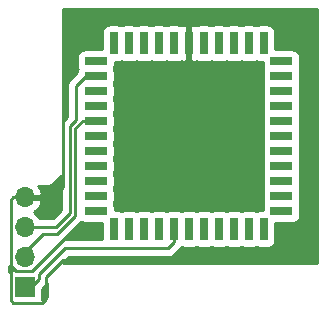
<source format=gbl>
%TF.GenerationSoftware,KiCad,Pcbnew,(5.1.6-0)*%
%TF.CreationDate,2023-01-08T10:47:54+01:00*%
%TF.ProjectId,Raddswi_CIA_Adapter,52616464-7377-4695-9f43-49415f416461,rev?*%
%TF.SameCoordinates,Original*%
%TF.FileFunction,Copper,L2,Bot*%
%TF.FilePolarity,Positive*%
%FSLAX46Y46*%
G04 Gerber Fmt 4.6, Leading zero omitted, Abs format (unit mm)*
G04 Created by KiCad (PCBNEW (5.1.6-0)) date 2023-01-08 10:47:54*
%MOMM*%
%LPD*%
G01*
G04 APERTURE LIST*
%TA.AperFunction,ComponentPad*%
%ADD10O,1.700000X1.700000*%
%TD*%
%TA.AperFunction,ComponentPad*%
%ADD11R,1.700000X1.700000*%
%TD*%
%TA.AperFunction,SMDPad,CuDef*%
%ADD12R,0.700000X1.925000*%
%TD*%
%TA.AperFunction,SMDPad,CuDef*%
%ADD13R,1.925000X0.700000*%
%TD*%
%TA.AperFunction,ViaPad*%
%ADD14C,0.800000*%
%TD*%
%TA.AperFunction,Conductor*%
%ADD15C,0.250000*%
%TD*%
%TA.AperFunction,Conductor*%
%ADD16C,0.254000*%
%TD*%
G04 APERTURE END LIST*
D10*
%TO.P,J1,4*%
%TO.N,/GND*%
X149816820Y-104261920D03*
%TO.P,J1,3*%
%TO.N,/CTS*%
X149816820Y-106801920D03*
%TO.P,J1,2*%
%TO.N,/DTR*%
X149816820Y-109341920D03*
D11*
%TO.P,J1,1*%
%TO.N,/VCC*%
X149816820Y-111881920D03*
%TD*%
D12*
%TO.P,U1,39*%
%TO.N,Net-(U1-Pad39)*%
X157345380Y-106950440D03*
%TO.P,U1,38*%
%TO.N,Net-(U1-Pad38)*%
X158615380Y-106950440D03*
%TO.P,U1,37*%
%TO.N,Net-(U1-Pad37)*%
X159885380Y-106950440D03*
%TO.P,U1,36*%
%TO.N,Net-(U1-Pad36)*%
X161155380Y-106950440D03*
%TO.P,U1,35*%
%TO.N,/VCC*%
X162425380Y-106950440D03*
%TO.P,U1,34*%
%TO.N,Net-(U1-Pad34)*%
X163695380Y-106950440D03*
%TO.P,U1,33*%
%TO.N,Net-(U1-Pad33)*%
X164965380Y-106950440D03*
%TO.P,U1,32*%
%TO.N,Net-(U1-Pad32)*%
X166235380Y-106950440D03*
%TO.P,U1,31*%
%TO.N,Net-(U1-Pad31)*%
X167505380Y-106950440D03*
%TO.P,U1,30*%
%TO.N,Net-(U1-Pad30)*%
X168775380Y-106950440D03*
%TO.P,U1,29*%
%TO.N,Net-(U1-Pad29)*%
X170045380Y-106950440D03*
D13*
%TO.P,U1,28*%
%TO.N,Net-(U1-Pad28)*%
X171557880Y-105437940D03*
%TO.P,U1,27*%
%TO.N,Net-(U1-Pad27)*%
X171557880Y-104167940D03*
%TO.P,U1,26*%
%TO.N,Net-(U1-Pad26)*%
X171557880Y-102897940D03*
%TO.P,U1,25*%
%TO.N,Net-(U1-Pad25)*%
X171557880Y-101627940D03*
%TO.P,U1,24*%
%TO.N,Net-(U1-Pad24)*%
X171557880Y-100357940D03*
%TO.P,U1,23*%
%TO.N,Net-(U1-Pad23)*%
X171557880Y-99087940D03*
%TO.P,U1,22*%
%TO.N,Net-(U1-Pad22)*%
X171557880Y-97817940D03*
%TO.P,U1,21*%
%TO.N,Net-(U1-Pad21)*%
X171557880Y-96547940D03*
%TO.P,U1,20*%
%TO.N,Net-(U1-Pad20)*%
X171557880Y-95277940D03*
%TO.P,U1,19*%
%TO.N,Net-(U1-Pad19)*%
X171557880Y-94007940D03*
%TO.P,U1,18*%
%TO.N,Net-(U1-Pad18)*%
X171557880Y-92737940D03*
D12*
%TO.P,U1,17*%
%TO.N,Net-(U1-Pad17)*%
X170045380Y-91225440D03*
%TO.P,U1,16*%
%TO.N,Net-(U1-Pad16)*%
X168775380Y-91225440D03*
%TO.P,U1,15*%
%TO.N,Net-(U1-Pad15)*%
X167505380Y-91225440D03*
%TO.P,U1,14*%
%TO.N,Net-(U1-Pad14)*%
X166235380Y-91225440D03*
%TO.P,U1,13*%
%TO.N,Net-(U1-Pad13)*%
X164965380Y-91225440D03*
%TO.P,U1,12*%
%TO.N,/GND*%
X163695380Y-91225440D03*
%TO.P,U1,11*%
%TO.N,Net-(U1-Pad11)*%
X162425380Y-91225440D03*
%TO.P,U1,10*%
%TO.N,Net-(U1-Pad10)*%
X161155380Y-91225440D03*
%TO.P,U1,9*%
%TO.N,Net-(U1-Pad9)*%
X159885380Y-91225440D03*
%TO.P,U1,8*%
%TO.N,Net-(U1-Pad8)*%
X158615380Y-91225440D03*
%TO.P,U1,7*%
%TO.N,Net-(U1-Pad7)*%
X157345380Y-91225440D03*
D13*
%TO.P,U1,40*%
%TO.N,Net-(U1-Pad40)*%
X155832880Y-105437940D03*
%TO.P,U1,41*%
%TO.N,Net-(U1-Pad41)*%
X155832880Y-104167940D03*
%TO.P,U1,42*%
%TO.N,Net-(U1-Pad42)*%
X155832880Y-102897940D03*
%TO.P,U1,43*%
%TO.N,Net-(U1-Pad43)*%
X155832880Y-101627940D03*
%TO.P,U1,44*%
%TO.N,Net-(U1-Pad44)*%
X155832880Y-100357940D03*
%TO.P,U1,6*%
%TO.N,Net-(U1-Pad6)*%
X155832880Y-92737940D03*
%TO.P,U1,5*%
%TO.N,/CTS*%
X155832880Y-94007940D03*
%TO.P,U1,4*%
%TO.N,Net-(U1-Pad4)*%
X155832880Y-95277940D03*
%TO.P,U1,3*%
%TO.N,Net-(U1-Pad3)*%
X155832880Y-96547940D03*
%TO.P,U1,2*%
%TO.N,/DTR*%
X155832880Y-97817940D03*
%TO.P,U1,1*%
%TO.N,Net-(U1-Pad1)*%
X155832880Y-99087940D03*
%TD*%
D14*
%TO.N,/GND*%
X171955460Y-90947240D03*
X155696920Y-90982800D03*
X155696920Y-106961940D03*
X172059600Y-107208320D03*
X163703000Y-93151960D03*
X157988000Y-104902000D03*
X169418000Y-104902000D03*
%TD*%
D15*
%TO.N,/VCC*%
X151034750Y-111220250D02*
X150373080Y-111881920D01*
X153225500Y-108585000D02*
X151034750Y-110775750D01*
X150373080Y-111881920D02*
X149816820Y-111881920D01*
X162425380Y-106950440D02*
X162425380Y-108084620D01*
X151034750Y-110775750D02*
X151034750Y-111220250D01*
X161925000Y-108585000D02*
X153225500Y-108585000D01*
X162425380Y-108084620D02*
X161925000Y-108585000D01*
%TO.N,/DTR*%
X154722970Y-97817940D02*
X155832880Y-97817940D01*
X154109850Y-98431060D02*
X154722970Y-97817940D01*
X154109850Y-105819920D02*
X154109850Y-98431060D01*
X151384000Y-107340400D02*
X152589370Y-107340400D01*
X152589370Y-107340400D02*
X154109850Y-105819920D01*
X149816820Y-108907580D02*
X151384000Y-107340400D01*
X149816820Y-109341920D02*
X149816820Y-108907580D01*
%TO.N,/CTS*%
X154985720Y-94007940D02*
X155832880Y-94007940D01*
X154148790Y-94844870D02*
X154985720Y-94007940D01*
X154148790Y-97755710D02*
X154148790Y-94844870D01*
X153659840Y-100836870D02*
X153659840Y-98244660D01*
X153659840Y-98244660D02*
X154148790Y-97755710D01*
X153659840Y-100836870D02*
X153659840Y-105633520D01*
X152491440Y-106801920D02*
X149816820Y-106801920D01*
X153659840Y-105633520D02*
X152491440Y-106801920D01*
%TO.N,/GND*%
X155696920Y-106961940D02*
X154023060Y-106961940D01*
X154023060Y-106961940D02*
X150468079Y-110516921D01*
X163695380Y-89882980D02*
X163695380Y-91225440D01*
X154165300Y-90622120D02*
X155242260Y-89545160D01*
X163357560Y-89545160D02*
X163695380Y-89882980D01*
X155242260Y-89545160D02*
X163357560Y-89545160D01*
X153098500Y-94018100D02*
X154165300Y-92951300D01*
X152971500Y-103505000D02*
X153098500Y-103378000D01*
X153098500Y-103378000D02*
X153098500Y-94018100D01*
X152781000Y-103505000D02*
X152971500Y-103505000D01*
X154165300Y-92951300D02*
X154165300Y-90622120D01*
X152024080Y-104261920D02*
X152781000Y-103505000D01*
X149816820Y-104261920D02*
X152024080Y-104261920D01*
X148849080Y-104261920D02*
X148641819Y-104469181D01*
X149816820Y-104261920D02*
X148849080Y-104261920D01*
X148641819Y-110097319D02*
X149061421Y-110516921D01*
X150468079Y-110516921D02*
X149061421Y-110516921D01*
X148641819Y-104469181D02*
X148641819Y-109716319D01*
X148641819Y-109716319D02*
X148641819Y-110097319D01*
X153035000Y-109601000D02*
X171132500Y-109601000D01*
X171132500Y-109601000D02*
X172059600Y-108673900D01*
X148641819Y-112991921D02*
X148870398Y-113220500D01*
X148870398Y-113220500D02*
X151320500Y-113220500D01*
X151638000Y-112903000D02*
X151638000Y-110998000D01*
X151638000Y-110998000D02*
X153035000Y-109601000D01*
X151320500Y-113220500D02*
X151638000Y-112903000D01*
X172059600Y-108673900D02*
X172059600Y-107208320D01*
X148641819Y-109716319D02*
X148641819Y-112991921D01*
%TD*%
D16*
%TO.N,/GND*%
G36*
X151715001Y-112746263D02*
G01*
X151481264Y-112980000D01*
X151254237Y-112980000D01*
X151256322Y-112976100D01*
X151292632Y-112856402D01*
X151304892Y-112731920D01*
X151304892Y-112024910D01*
X151545752Y-111784050D01*
X151574751Y-111760251D01*
X151669724Y-111644526D01*
X151715000Y-111559821D01*
X151715001Y-112746263D01*
G37*
X151715001Y-112746263D02*
X151481264Y-112980000D01*
X151254237Y-112980000D01*
X151256322Y-112976100D01*
X151292632Y-112856402D01*
X151304892Y-112731920D01*
X151304892Y-112024910D01*
X151545752Y-111784050D01*
X151574751Y-111760251D01*
X151669724Y-111644526D01*
X151715000Y-111559821D01*
X151715001Y-112746263D01*
G36*
X148663345Y-110288552D02*
G01*
X148795200Y-110420407D01*
X148722640Y-110442418D01*
X148612326Y-110501383D01*
X148515635Y-110580735D01*
X148513000Y-110583946D01*
X148513000Y-110063545D01*
X148663345Y-110288552D01*
G37*
X148663345Y-110288552D02*
X148795200Y-110420407D01*
X148722640Y-110442418D01*
X148612326Y-110501383D01*
X148515635Y-110580735D01*
X148513000Y-110583946D01*
X148513000Y-110063545D01*
X148663345Y-110288552D01*
G36*
X174575001Y-109805000D02*
G01*
X153080302Y-109805000D01*
X153540302Y-109345000D01*
X161887678Y-109345000D01*
X161925000Y-109348676D01*
X161962322Y-109345000D01*
X161962333Y-109345000D01*
X162073986Y-109334003D01*
X162217247Y-109290546D01*
X162349276Y-109219974D01*
X162465001Y-109125001D01*
X162488804Y-109095997D01*
X162936377Y-108648424D01*
X162965381Y-108624621D01*
X163060354Y-108508896D01*
X163072114Y-108486895D01*
X163101200Y-108502442D01*
X163220898Y-108538752D01*
X163345380Y-108551012D01*
X164045380Y-108551012D01*
X164169862Y-108538752D01*
X164289560Y-108502442D01*
X164330380Y-108480623D01*
X164371200Y-108502442D01*
X164490898Y-108538752D01*
X164615380Y-108551012D01*
X165315380Y-108551012D01*
X165439862Y-108538752D01*
X165559560Y-108502442D01*
X165600380Y-108480623D01*
X165641200Y-108502442D01*
X165760898Y-108538752D01*
X165885380Y-108551012D01*
X166585380Y-108551012D01*
X166709862Y-108538752D01*
X166829560Y-108502442D01*
X166870380Y-108480623D01*
X166911200Y-108502442D01*
X167030898Y-108538752D01*
X167155380Y-108551012D01*
X167855380Y-108551012D01*
X167979862Y-108538752D01*
X168099560Y-108502442D01*
X168140380Y-108480623D01*
X168181200Y-108502442D01*
X168300898Y-108538752D01*
X168425380Y-108551012D01*
X169125380Y-108551012D01*
X169249862Y-108538752D01*
X169369560Y-108502442D01*
X169410380Y-108480623D01*
X169451200Y-108502442D01*
X169570898Y-108538752D01*
X169695380Y-108551012D01*
X170395380Y-108551012D01*
X170519862Y-108538752D01*
X170639560Y-108502442D01*
X170749874Y-108443477D01*
X170846565Y-108364125D01*
X170925917Y-108267434D01*
X170984882Y-108157120D01*
X171021192Y-108037422D01*
X171033452Y-107912940D01*
X171033452Y-106426012D01*
X172520380Y-106426012D01*
X172644862Y-106413752D01*
X172764560Y-106377442D01*
X172874874Y-106318477D01*
X172971565Y-106239125D01*
X173050917Y-106142434D01*
X173109882Y-106032120D01*
X173146192Y-105912422D01*
X173158452Y-105787940D01*
X173158452Y-105087940D01*
X173146192Y-104963458D01*
X173109882Y-104843760D01*
X173088063Y-104802940D01*
X173109882Y-104762120D01*
X173146192Y-104642422D01*
X173158452Y-104517940D01*
X173158452Y-103817940D01*
X173146192Y-103693458D01*
X173109882Y-103573760D01*
X173088063Y-103532940D01*
X173109882Y-103492120D01*
X173146192Y-103372422D01*
X173158452Y-103247940D01*
X173158452Y-102547940D01*
X173146192Y-102423458D01*
X173109882Y-102303760D01*
X173088063Y-102262940D01*
X173109882Y-102222120D01*
X173146192Y-102102422D01*
X173158452Y-101977940D01*
X173158452Y-101277940D01*
X173146192Y-101153458D01*
X173109882Y-101033760D01*
X173088063Y-100992940D01*
X173109882Y-100952120D01*
X173146192Y-100832422D01*
X173158452Y-100707940D01*
X173158452Y-100007940D01*
X173146192Y-99883458D01*
X173109882Y-99763760D01*
X173088063Y-99722940D01*
X173109882Y-99682120D01*
X173146192Y-99562422D01*
X173158452Y-99437940D01*
X173158452Y-98737940D01*
X173146192Y-98613458D01*
X173109882Y-98493760D01*
X173088063Y-98452940D01*
X173109882Y-98412120D01*
X173146192Y-98292422D01*
X173158452Y-98167940D01*
X173158452Y-97467940D01*
X173146192Y-97343458D01*
X173109882Y-97223760D01*
X173088063Y-97182940D01*
X173109882Y-97142120D01*
X173146192Y-97022422D01*
X173158452Y-96897940D01*
X173158452Y-96197940D01*
X173146192Y-96073458D01*
X173109882Y-95953760D01*
X173088063Y-95912940D01*
X173109882Y-95872120D01*
X173146192Y-95752422D01*
X173158452Y-95627940D01*
X173158452Y-94927940D01*
X173146192Y-94803458D01*
X173109882Y-94683760D01*
X173088063Y-94642940D01*
X173109882Y-94602120D01*
X173146192Y-94482422D01*
X173158452Y-94357940D01*
X173158452Y-93657940D01*
X173146192Y-93533458D01*
X173109882Y-93413760D01*
X173088063Y-93372940D01*
X173109882Y-93332120D01*
X173146192Y-93212422D01*
X173158452Y-93087940D01*
X173158452Y-92387940D01*
X173146192Y-92263458D01*
X173109882Y-92143760D01*
X173050917Y-92033446D01*
X172971565Y-91936755D01*
X172874874Y-91857403D01*
X172764560Y-91798438D01*
X172644862Y-91762128D01*
X172520380Y-91749868D01*
X171033452Y-91749868D01*
X171033452Y-90262940D01*
X171021192Y-90138458D01*
X170984882Y-90018760D01*
X170925917Y-89908446D01*
X170846565Y-89811755D01*
X170749874Y-89732403D01*
X170639560Y-89673438D01*
X170519862Y-89637128D01*
X170395380Y-89624868D01*
X169695380Y-89624868D01*
X169570898Y-89637128D01*
X169451200Y-89673438D01*
X169410380Y-89695257D01*
X169369560Y-89673438D01*
X169249862Y-89637128D01*
X169125380Y-89624868D01*
X168425380Y-89624868D01*
X168300898Y-89637128D01*
X168181200Y-89673438D01*
X168140380Y-89695257D01*
X168099560Y-89673438D01*
X167979862Y-89637128D01*
X167855380Y-89624868D01*
X167155380Y-89624868D01*
X167030898Y-89637128D01*
X166911200Y-89673438D01*
X166870380Y-89695257D01*
X166829560Y-89673438D01*
X166709862Y-89637128D01*
X166585380Y-89624868D01*
X165885380Y-89624868D01*
X165760898Y-89637128D01*
X165641200Y-89673438D01*
X165600380Y-89695257D01*
X165559560Y-89673438D01*
X165439862Y-89637128D01*
X165315380Y-89624868D01*
X164615380Y-89624868D01*
X164490898Y-89637128D01*
X164371200Y-89673438D01*
X164330380Y-89695257D01*
X164289560Y-89673438D01*
X164169862Y-89637128D01*
X164045380Y-89624868D01*
X163981130Y-89627940D01*
X163822380Y-89786690D01*
X163822380Y-91098440D01*
X163842380Y-91098440D01*
X163842380Y-91352440D01*
X163822380Y-91352440D01*
X163822380Y-92664190D01*
X163981130Y-92822940D01*
X164045380Y-92826012D01*
X164169862Y-92813752D01*
X164289560Y-92777442D01*
X164330380Y-92755623D01*
X164371200Y-92777442D01*
X164490898Y-92813752D01*
X164615380Y-92826012D01*
X165315380Y-92826012D01*
X165439862Y-92813752D01*
X165559560Y-92777442D01*
X165600380Y-92755623D01*
X165641200Y-92777442D01*
X165760898Y-92813752D01*
X165885380Y-92826012D01*
X166585380Y-92826012D01*
X166709862Y-92813752D01*
X166829560Y-92777442D01*
X166870380Y-92755623D01*
X166911200Y-92777442D01*
X167030898Y-92813752D01*
X167155380Y-92826012D01*
X167855380Y-92826012D01*
X167979862Y-92813752D01*
X168099560Y-92777442D01*
X168140380Y-92755623D01*
X168181200Y-92777442D01*
X168300898Y-92813752D01*
X168425380Y-92826012D01*
X169125380Y-92826012D01*
X169249862Y-92813752D01*
X169369560Y-92777442D01*
X169410380Y-92755623D01*
X169451200Y-92777442D01*
X169570898Y-92813752D01*
X169695380Y-92826012D01*
X169957308Y-92826012D01*
X169957308Y-93087940D01*
X169969568Y-93212422D01*
X170005878Y-93332120D01*
X170027697Y-93372940D01*
X170005878Y-93413760D01*
X169969568Y-93533458D01*
X169957308Y-93657940D01*
X169957308Y-94357940D01*
X169969568Y-94482422D01*
X170005878Y-94602120D01*
X170027697Y-94642940D01*
X170005878Y-94683760D01*
X169969568Y-94803458D01*
X169957308Y-94927940D01*
X169957308Y-95627940D01*
X169969568Y-95752422D01*
X170005878Y-95872120D01*
X170027697Y-95912940D01*
X170005878Y-95953760D01*
X169969568Y-96073458D01*
X169957308Y-96197940D01*
X169957308Y-96897940D01*
X169969568Y-97022422D01*
X170005878Y-97142120D01*
X170027697Y-97182940D01*
X170005878Y-97223760D01*
X169969568Y-97343458D01*
X169957308Y-97467940D01*
X169957308Y-98167940D01*
X169969568Y-98292422D01*
X170005878Y-98412120D01*
X170027697Y-98452940D01*
X170005878Y-98493760D01*
X169969568Y-98613458D01*
X169957308Y-98737940D01*
X169957308Y-99437940D01*
X169969568Y-99562422D01*
X170005878Y-99682120D01*
X170027697Y-99722940D01*
X170005878Y-99763760D01*
X169969568Y-99883458D01*
X169957308Y-100007940D01*
X169957308Y-100707940D01*
X169969568Y-100832422D01*
X170005878Y-100952120D01*
X170027697Y-100992940D01*
X170005878Y-101033760D01*
X169969568Y-101153458D01*
X169957308Y-101277940D01*
X169957308Y-101977940D01*
X169969568Y-102102422D01*
X170005878Y-102222120D01*
X170027697Y-102262940D01*
X170005878Y-102303760D01*
X169969568Y-102423458D01*
X169957308Y-102547940D01*
X169957308Y-103247940D01*
X169969568Y-103372422D01*
X170005878Y-103492120D01*
X170027697Y-103532940D01*
X170005878Y-103573760D01*
X169969568Y-103693458D01*
X169957308Y-103817940D01*
X169957308Y-104517940D01*
X169969568Y-104642422D01*
X170005878Y-104762120D01*
X170027697Y-104802940D01*
X170005878Y-104843760D01*
X169969568Y-104963458D01*
X169957308Y-105087940D01*
X169957308Y-105349868D01*
X169695380Y-105349868D01*
X169570898Y-105362128D01*
X169451200Y-105398438D01*
X169410380Y-105420257D01*
X169369560Y-105398438D01*
X169249862Y-105362128D01*
X169125380Y-105349868D01*
X168425380Y-105349868D01*
X168300898Y-105362128D01*
X168181200Y-105398438D01*
X168140380Y-105420257D01*
X168099560Y-105398438D01*
X167979862Y-105362128D01*
X167855380Y-105349868D01*
X167155380Y-105349868D01*
X167030898Y-105362128D01*
X166911200Y-105398438D01*
X166870380Y-105420257D01*
X166829560Y-105398438D01*
X166709862Y-105362128D01*
X166585380Y-105349868D01*
X165885380Y-105349868D01*
X165760898Y-105362128D01*
X165641200Y-105398438D01*
X165600380Y-105420257D01*
X165559560Y-105398438D01*
X165439862Y-105362128D01*
X165315380Y-105349868D01*
X164615380Y-105349868D01*
X164490898Y-105362128D01*
X164371200Y-105398438D01*
X164330380Y-105420257D01*
X164289560Y-105398438D01*
X164169862Y-105362128D01*
X164045380Y-105349868D01*
X163345380Y-105349868D01*
X163220898Y-105362128D01*
X163101200Y-105398438D01*
X163060380Y-105420257D01*
X163019560Y-105398438D01*
X162899862Y-105362128D01*
X162775380Y-105349868D01*
X162075380Y-105349868D01*
X161950898Y-105362128D01*
X161831200Y-105398438D01*
X161790380Y-105420257D01*
X161749560Y-105398438D01*
X161629862Y-105362128D01*
X161505380Y-105349868D01*
X160805380Y-105349868D01*
X160680898Y-105362128D01*
X160561200Y-105398438D01*
X160520380Y-105420257D01*
X160479560Y-105398438D01*
X160359862Y-105362128D01*
X160235380Y-105349868D01*
X159535380Y-105349868D01*
X159410898Y-105362128D01*
X159291200Y-105398438D01*
X159250380Y-105420257D01*
X159209560Y-105398438D01*
X159089862Y-105362128D01*
X158965380Y-105349868D01*
X158265380Y-105349868D01*
X158140898Y-105362128D01*
X158021200Y-105398438D01*
X157980380Y-105420257D01*
X157939560Y-105398438D01*
X157819862Y-105362128D01*
X157695380Y-105349868D01*
X157433452Y-105349868D01*
X157433452Y-105087940D01*
X157421192Y-104963458D01*
X157384882Y-104843760D01*
X157363063Y-104802940D01*
X157384882Y-104762120D01*
X157421192Y-104642422D01*
X157433452Y-104517940D01*
X157433452Y-103817940D01*
X157421192Y-103693458D01*
X157384882Y-103573760D01*
X157363063Y-103532940D01*
X157384882Y-103492120D01*
X157421192Y-103372422D01*
X157433452Y-103247940D01*
X157433452Y-102547940D01*
X157421192Y-102423458D01*
X157384882Y-102303760D01*
X157363063Y-102262940D01*
X157384882Y-102222120D01*
X157421192Y-102102422D01*
X157433452Y-101977940D01*
X157433452Y-101277940D01*
X157421192Y-101153458D01*
X157384882Y-101033760D01*
X157363063Y-100992940D01*
X157384882Y-100952120D01*
X157421192Y-100832422D01*
X157433452Y-100707940D01*
X157433452Y-100007940D01*
X157421192Y-99883458D01*
X157384882Y-99763760D01*
X157363063Y-99722940D01*
X157384882Y-99682120D01*
X157421192Y-99562422D01*
X157433452Y-99437940D01*
X157433452Y-98737940D01*
X157421192Y-98613458D01*
X157384882Y-98493760D01*
X157363063Y-98452940D01*
X157384882Y-98412120D01*
X157421192Y-98292422D01*
X157433452Y-98167940D01*
X157433452Y-97467940D01*
X157421192Y-97343458D01*
X157384882Y-97223760D01*
X157363063Y-97182940D01*
X157384882Y-97142120D01*
X157421192Y-97022422D01*
X157433452Y-96897940D01*
X157433452Y-96197940D01*
X157421192Y-96073458D01*
X157384882Y-95953760D01*
X157363063Y-95912940D01*
X157384882Y-95872120D01*
X157421192Y-95752422D01*
X157433452Y-95627940D01*
X157433452Y-94927940D01*
X157421192Y-94803458D01*
X157384882Y-94683760D01*
X157363063Y-94642940D01*
X157384882Y-94602120D01*
X157421192Y-94482422D01*
X157433452Y-94357940D01*
X157433452Y-93657940D01*
X157421192Y-93533458D01*
X157384882Y-93413760D01*
X157363063Y-93372940D01*
X157384882Y-93332120D01*
X157421192Y-93212422D01*
X157433452Y-93087940D01*
X157433452Y-92826012D01*
X157695380Y-92826012D01*
X157819862Y-92813752D01*
X157939560Y-92777442D01*
X157980380Y-92755623D01*
X158021200Y-92777442D01*
X158140898Y-92813752D01*
X158265380Y-92826012D01*
X158965380Y-92826012D01*
X159089862Y-92813752D01*
X159209560Y-92777442D01*
X159250380Y-92755623D01*
X159291200Y-92777442D01*
X159410898Y-92813752D01*
X159535380Y-92826012D01*
X160235380Y-92826012D01*
X160359862Y-92813752D01*
X160479560Y-92777442D01*
X160520380Y-92755623D01*
X160561200Y-92777442D01*
X160680898Y-92813752D01*
X160805380Y-92826012D01*
X161505380Y-92826012D01*
X161629862Y-92813752D01*
X161749560Y-92777442D01*
X161790380Y-92755623D01*
X161831200Y-92777442D01*
X161950898Y-92813752D01*
X162075380Y-92826012D01*
X162775380Y-92826012D01*
X162899862Y-92813752D01*
X163019560Y-92777442D01*
X163060380Y-92755623D01*
X163101200Y-92777442D01*
X163220898Y-92813752D01*
X163345380Y-92826012D01*
X163409630Y-92822940D01*
X163568380Y-92664190D01*
X163568380Y-91352440D01*
X163548380Y-91352440D01*
X163548380Y-91098440D01*
X163568380Y-91098440D01*
X163568380Y-89786690D01*
X163409630Y-89627940D01*
X163345380Y-89624868D01*
X163220898Y-89637128D01*
X163101200Y-89673438D01*
X163060380Y-89695257D01*
X163019560Y-89673438D01*
X162899862Y-89637128D01*
X162775380Y-89624868D01*
X162075380Y-89624868D01*
X161950898Y-89637128D01*
X161831200Y-89673438D01*
X161790380Y-89695257D01*
X161749560Y-89673438D01*
X161629862Y-89637128D01*
X161505380Y-89624868D01*
X160805380Y-89624868D01*
X160680898Y-89637128D01*
X160561200Y-89673438D01*
X160520380Y-89695257D01*
X160479560Y-89673438D01*
X160359862Y-89637128D01*
X160235380Y-89624868D01*
X159535380Y-89624868D01*
X159410898Y-89637128D01*
X159291200Y-89673438D01*
X159250380Y-89695257D01*
X159209560Y-89673438D01*
X159089862Y-89637128D01*
X158965380Y-89624868D01*
X158265380Y-89624868D01*
X158140898Y-89637128D01*
X158021200Y-89673438D01*
X157980380Y-89695257D01*
X157939560Y-89673438D01*
X157819862Y-89637128D01*
X157695380Y-89624868D01*
X156995380Y-89624868D01*
X156870898Y-89637128D01*
X156751200Y-89673438D01*
X156640886Y-89732403D01*
X156544195Y-89811755D01*
X156464843Y-89908446D01*
X156405878Y-90018760D01*
X156369568Y-90138458D01*
X156357308Y-90262940D01*
X156357308Y-91749868D01*
X154870380Y-91749868D01*
X154745898Y-91762128D01*
X154626200Y-91798438D01*
X154515886Y-91857403D01*
X154419195Y-91936755D01*
X154339843Y-92033446D01*
X154280878Y-92143760D01*
X154244568Y-92263458D01*
X154232308Y-92387940D01*
X154232308Y-93087940D01*
X154244568Y-93212422D01*
X154280878Y-93332120D01*
X154302697Y-93372940D01*
X154280878Y-93413760D01*
X154244568Y-93533458D01*
X154232308Y-93657940D01*
X154232308Y-93686550D01*
X153637788Y-94281071D01*
X153608790Y-94304869D01*
X153584992Y-94333867D01*
X153584991Y-94333868D01*
X153513816Y-94420594D01*
X153443244Y-94552624D01*
X153399788Y-94695885D01*
X153385114Y-94844870D01*
X153388791Y-94882202D01*
X153388790Y-97440909D01*
X153148838Y-97680861D01*
X153119840Y-97704659D01*
X153096042Y-97733657D01*
X153096041Y-97733658D01*
X153085000Y-97747111D01*
X153085000Y-88315000D01*
X174575000Y-88315000D01*
X174575001Y-109805000D01*
G37*
X174575001Y-109805000D02*
X153080302Y-109805000D01*
X153540302Y-109345000D01*
X161887678Y-109345000D01*
X161925000Y-109348676D01*
X161962322Y-109345000D01*
X161962333Y-109345000D01*
X162073986Y-109334003D01*
X162217247Y-109290546D01*
X162349276Y-109219974D01*
X162465001Y-109125001D01*
X162488804Y-109095997D01*
X162936377Y-108648424D01*
X162965381Y-108624621D01*
X163060354Y-108508896D01*
X163072114Y-108486895D01*
X163101200Y-108502442D01*
X163220898Y-108538752D01*
X163345380Y-108551012D01*
X164045380Y-108551012D01*
X164169862Y-108538752D01*
X164289560Y-108502442D01*
X164330380Y-108480623D01*
X164371200Y-108502442D01*
X164490898Y-108538752D01*
X164615380Y-108551012D01*
X165315380Y-108551012D01*
X165439862Y-108538752D01*
X165559560Y-108502442D01*
X165600380Y-108480623D01*
X165641200Y-108502442D01*
X165760898Y-108538752D01*
X165885380Y-108551012D01*
X166585380Y-108551012D01*
X166709862Y-108538752D01*
X166829560Y-108502442D01*
X166870380Y-108480623D01*
X166911200Y-108502442D01*
X167030898Y-108538752D01*
X167155380Y-108551012D01*
X167855380Y-108551012D01*
X167979862Y-108538752D01*
X168099560Y-108502442D01*
X168140380Y-108480623D01*
X168181200Y-108502442D01*
X168300898Y-108538752D01*
X168425380Y-108551012D01*
X169125380Y-108551012D01*
X169249862Y-108538752D01*
X169369560Y-108502442D01*
X169410380Y-108480623D01*
X169451200Y-108502442D01*
X169570898Y-108538752D01*
X169695380Y-108551012D01*
X170395380Y-108551012D01*
X170519862Y-108538752D01*
X170639560Y-108502442D01*
X170749874Y-108443477D01*
X170846565Y-108364125D01*
X170925917Y-108267434D01*
X170984882Y-108157120D01*
X171021192Y-108037422D01*
X171033452Y-107912940D01*
X171033452Y-106426012D01*
X172520380Y-106426012D01*
X172644862Y-106413752D01*
X172764560Y-106377442D01*
X172874874Y-106318477D01*
X172971565Y-106239125D01*
X173050917Y-106142434D01*
X173109882Y-106032120D01*
X173146192Y-105912422D01*
X173158452Y-105787940D01*
X173158452Y-105087940D01*
X173146192Y-104963458D01*
X173109882Y-104843760D01*
X173088063Y-104802940D01*
X173109882Y-104762120D01*
X173146192Y-104642422D01*
X173158452Y-104517940D01*
X173158452Y-103817940D01*
X173146192Y-103693458D01*
X173109882Y-103573760D01*
X173088063Y-103532940D01*
X173109882Y-103492120D01*
X173146192Y-103372422D01*
X173158452Y-103247940D01*
X173158452Y-102547940D01*
X173146192Y-102423458D01*
X173109882Y-102303760D01*
X173088063Y-102262940D01*
X173109882Y-102222120D01*
X173146192Y-102102422D01*
X173158452Y-101977940D01*
X173158452Y-101277940D01*
X173146192Y-101153458D01*
X173109882Y-101033760D01*
X173088063Y-100992940D01*
X173109882Y-100952120D01*
X173146192Y-100832422D01*
X173158452Y-100707940D01*
X173158452Y-100007940D01*
X173146192Y-99883458D01*
X173109882Y-99763760D01*
X173088063Y-99722940D01*
X173109882Y-99682120D01*
X173146192Y-99562422D01*
X173158452Y-99437940D01*
X173158452Y-98737940D01*
X173146192Y-98613458D01*
X173109882Y-98493760D01*
X173088063Y-98452940D01*
X173109882Y-98412120D01*
X173146192Y-98292422D01*
X173158452Y-98167940D01*
X173158452Y-97467940D01*
X173146192Y-97343458D01*
X173109882Y-97223760D01*
X173088063Y-97182940D01*
X173109882Y-97142120D01*
X173146192Y-97022422D01*
X173158452Y-96897940D01*
X173158452Y-96197940D01*
X173146192Y-96073458D01*
X173109882Y-95953760D01*
X173088063Y-95912940D01*
X173109882Y-95872120D01*
X173146192Y-95752422D01*
X173158452Y-95627940D01*
X173158452Y-94927940D01*
X173146192Y-94803458D01*
X173109882Y-94683760D01*
X173088063Y-94642940D01*
X173109882Y-94602120D01*
X173146192Y-94482422D01*
X173158452Y-94357940D01*
X173158452Y-93657940D01*
X173146192Y-93533458D01*
X173109882Y-93413760D01*
X173088063Y-93372940D01*
X173109882Y-93332120D01*
X173146192Y-93212422D01*
X173158452Y-93087940D01*
X173158452Y-92387940D01*
X173146192Y-92263458D01*
X173109882Y-92143760D01*
X173050917Y-92033446D01*
X172971565Y-91936755D01*
X172874874Y-91857403D01*
X172764560Y-91798438D01*
X172644862Y-91762128D01*
X172520380Y-91749868D01*
X171033452Y-91749868D01*
X171033452Y-90262940D01*
X171021192Y-90138458D01*
X170984882Y-90018760D01*
X170925917Y-89908446D01*
X170846565Y-89811755D01*
X170749874Y-89732403D01*
X170639560Y-89673438D01*
X170519862Y-89637128D01*
X170395380Y-89624868D01*
X169695380Y-89624868D01*
X169570898Y-89637128D01*
X169451200Y-89673438D01*
X169410380Y-89695257D01*
X169369560Y-89673438D01*
X169249862Y-89637128D01*
X169125380Y-89624868D01*
X168425380Y-89624868D01*
X168300898Y-89637128D01*
X168181200Y-89673438D01*
X168140380Y-89695257D01*
X168099560Y-89673438D01*
X167979862Y-89637128D01*
X167855380Y-89624868D01*
X167155380Y-89624868D01*
X167030898Y-89637128D01*
X166911200Y-89673438D01*
X166870380Y-89695257D01*
X166829560Y-89673438D01*
X166709862Y-89637128D01*
X166585380Y-89624868D01*
X165885380Y-89624868D01*
X165760898Y-89637128D01*
X165641200Y-89673438D01*
X165600380Y-89695257D01*
X165559560Y-89673438D01*
X165439862Y-89637128D01*
X165315380Y-89624868D01*
X164615380Y-89624868D01*
X164490898Y-89637128D01*
X164371200Y-89673438D01*
X164330380Y-89695257D01*
X164289560Y-89673438D01*
X164169862Y-89637128D01*
X164045380Y-89624868D01*
X163981130Y-89627940D01*
X163822380Y-89786690D01*
X163822380Y-91098440D01*
X163842380Y-91098440D01*
X163842380Y-91352440D01*
X163822380Y-91352440D01*
X163822380Y-92664190D01*
X163981130Y-92822940D01*
X164045380Y-92826012D01*
X164169862Y-92813752D01*
X164289560Y-92777442D01*
X164330380Y-92755623D01*
X164371200Y-92777442D01*
X164490898Y-92813752D01*
X164615380Y-92826012D01*
X165315380Y-92826012D01*
X165439862Y-92813752D01*
X165559560Y-92777442D01*
X165600380Y-92755623D01*
X165641200Y-92777442D01*
X165760898Y-92813752D01*
X165885380Y-92826012D01*
X166585380Y-92826012D01*
X166709862Y-92813752D01*
X166829560Y-92777442D01*
X166870380Y-92755623D01*
X166911200Y-92777442D01*
X167030898Y-92813752D01*
X167155380Y-92826012D01*
X167855380Y-92826012D01*
X167979862Y-92813752D01*
X168099560Y-92777442D01*
X168140380Y-92755623D01*
X168181200Y-92777442D01*
X168300898Y-92813752D01*
X168425380Y-92826012D01*
X169125380Y-92826012D01*
X169249862Y-92813752D01*
X169369560Y-92777442D01*
X169410380Y-92755623D01*
X169451200Y-92777442D01*
X169570898Y-92813752D01*
X169695380Y-92826012D01*
X169957308Y-92826012D01*
X169957308Y-93087940D01*
X169969568Y-93212422D01*
X170005878Y-93332120D01*
X170027697Y-93372940D01*
X170005878Y-93413760D01*
X169969568Y-93533458D01*
X169957308Y-93657940D01*
X169957308Y-94357940D01*
X169969568Y-94482422D01*
X170005878Y-94602120D01*
X170027697Y-94642940D01*
X170005878Y-94683760D01*
X169969568Y-94803458D01*
X169957308Y-94927940D01*
X169957308Y-95627940D01*
X169969568Y-95752422D01*
X170005878Y-95872120D01*
X170027697Y-95912940D01*
X170005878Y-95953760D01*
X169969568Y-96073458D01*
X169957308Y-96197940D01*
X169957308Y-96897940D01*
X169969568Y-97022422D01*
X170005878Y-97142120D01*
X170027697Y-97182940D01*
X170005878Y-97223760D01*
X169969568Y-97343458D01*
X169957308Y-97467940D01*
X169957308Y-98167940D01*
X169969568Y-98292422D01*
X170005878Y-98412120D01*
X170027697Y-98452940D01*
X170005878Y-98493760D01*
X169969568Y-98613458D01*
X169957308Y-98737940D01*
X169957308Y-99437940D01*
X169969568Y-99562422D01*
X170005878Y-99682120D01*
X170027697Y-99722940D01*
X170005878Y-99763760D01*
X169969568Y-99883458D01*
X169957308Y-100007940D01*
X169957308Y-100707940D01*
X169969568Y-100832422D01*
X170005878Y-100952120D01*
X170027697Y-100992940D01*
X170005878Y-101033760D01*
X169969568Y-101153458D01*
X169957308Y-101277940D01*
X169957308Y-101977940D01*
X169969568Y-102102422D01*
X170005878Y-102222120D01*
X170027697Y-102262940D01*
X170005878Y-102303760D01*
X169969568Y-102423458D01*
X169957308Y-102547940D01*
X169957308Y-103247940D01*
X169969568Y-103372422D01*
X170005878Y-103492120D01*
X170027697Y-103532940D01*
X170005878Y-103573760D01*
X169969568Y-103693458D01*
X169957308Y-103817940D01*
X169957308Y-104517940D01*
X169969568Y-104642422D01*
X170005878Y-104762120D01*
X170027697Y-104802940D01*
X170005878Y-104843760D01*
X169969568Y-104963458D01*
X169957308Y-105087940D01*
X169957308Y-105349868D01*
X169695380Y-105349868D01*
X169570898Y-105362128D01*
X169451200Y-105398438D01*
X169410380Y-105420257D01*
X169369560Y-105398438D01*
X169249862Y-105362128D01*
X169125380Y-105349868D01*
X168425380Y-105349868D01*
X168300898Y-105362128D01*
X168181200Y-105398438D01*
X168140380Y-105420257D01*
X168099560Y-105398438D01*
X167979862Y-105362128D01*
X167855380Y-105349868D01*
X167155380Y-105349868D01*
X167030898Y-105362128D01*
X166911200Y-105398438D01*
X166870380Y-105420257D01*
X166829560Y-105398438D01*
X166709862Y-105362128D01*
X166585380Y-105349868D01*
X165885380Y-105349868D01*
X165760898Y-105362128D01*
X165641200Y-105398438D01*
X165600380Y-105420257D01*
X165559560Y-105398438D01*
X165439862Y-105362128D01*
X165315380Y-105349868D01*
X164615380Y-105349868D01*
X164490898Y-105362128D01*
X164371200Y-105398438D01*
X164330380Y-105420257D01*
X164289560Y-105398438D01*
X164169862Y-105362128D01*
X164045380Y-105349868D01*
X163345380Y-105349868D01*
X163220898Y-105362128D01*
X163101200Y-105398438D01*
X163060380Y-105420257D01*
X163019560Y-105398438D01*
X162899862Y-105362128D01*
X162775380Y-105349868D01*
X162075380Y-105349868D01*
X161950898Y-105362128D01*
X161831200Y-105398438D01*
X161790380Y-105420257D01*
X161749560Y-105398438D01*
X161629862Y-105362128D01*
X161505380Y-105349868D01*
X160805380Y-105349868D01*
X160680898Y-105362128D01*
X160561200Y-105398438D01*
X160520380Y-105420257D01*
X160479560Y-105398438D01*
X160359862Y-105362128D01*
X160235380Y-105349868D01*
X159535380Y-105349868D01*
X159410898Y-105362128D01*
X159291200Y-105398438D01*
X159250380Y-105420257D01*
X159209560Y-105398438D01*
X159089862Y-105362128D01*
X158965380Y-105349868D01*
X158265380Y-105349868D01*
X158140898Y-105362128D01*
X158021200Y-105398438D01*
X157980380Y-105420257D01*
X157939560Y-105398438D01*
X157819862Y-105362128D01*
X157695380Y-105349868D01*
X157433452Y-105349868D01*
X157433452Y-105087940D01*
X157421192Y-104963458D01*
X157384882Y-104843760D01*
X157363063Y-104802940D01*
X157384882Y-104762120D01*
X157421192Y-104642422D01*
X157433452Y-104517940D01*
X157433452Y-103817940D01*
X157421192Y-103693458D01*
X157384882Y-103573760D01*
X157363063Y-103532940D01*
X157384882Y-103492120D01*
X157421192Y-103372422D01*
X157433452Y-103247940D01*
X157433452Y-102547940D01*
X157421192Y-102423458D01*
X157384882Y-102303760D01*
X157363063Y-102262940D01*
X157384882Y-102222120D01*
X157421192Y-102102422D01*
X157433452Y-101977940D01*
X157433452Y-101277940D01*
X157421192Y-101153458D01*
X157384882Y-101033760D01*
X157363063Y-100992940D01*
X157384882Y-100952120D01*
X157421192Y-100832422D01*
X157433452Y-100707940D01*
X157433452Y-100007940D01*
X157421192Y-99883458D01*
X157384882Y-99763760D01*
X157363063Y-99722940D01*
X157384882Y-99682120D01*
X157421192Y-99562422D01*
X157433452Y-99437940D01*
X157433452Y-98737940D01*
X157421192Y-98613458D01*
X157384882Y-98493760D01*
X157363063Y-98452940D01*
X157384882Y-98412120D01*
X157421192Y-98292422D01*
X157433452Y-98167940D01*
X157433452Y-97467940D01*
X157421192Y-97343458D01*
X157384882Y-97223760D01*
X157363063Y-97182940D01*
X157384882Y-97142120D01*
X157421192Y-97022422D01*
X157433452Y-96897940D01*
X157433452Y-96197940D01*
X157421192Y-96073458D01*
X157384882Y-95953760D01*
X157363063Y-95912940D01*
X157384882Y-95872120D01*
X157421192Y-95752422D01*
X157433452Y-95627940D01*
X157433452Y-94927940D01*
X157421192Y-94803458D01*
X157384882Y-94683760D01*
X157363063Y-94642940D01*
X157384882Y-94602120D01*
X157421192Y-94482422D01*
X157433452Y-94357940D01*
X157433452Y-93657940D01*
X157421192Y-93533458D01*
X157384882Y-93413760D01*
X157363063Y-93372940D01*
X157384882Y-93332120D01*
X157421192Y-93212422D01*
X157433452Y-93087940D01*
X157433452Y-92826012D01*
X157695380Y-92826012D01*
X157819862Y-92813752D01*
X157939560Y-92777442D01*
X157980380Y-92755623D01*
X158021200Y-92777442D01*
X158140898Y-92813752D01*
X158265380Y-92826012D01*
X158965380Y-92826012D01*
X159089862Y-92813752D01*
X159209560Y-92777442D01*
X159250380Y-92755623D01*
X159291200Y-92777442D01*
X159410898Y-92813752D01*
X159535380Y-92826012D01*
X160235380Y-92826012D01*
X160359862Y-92813752D01*
X160479560Y-92777442D01*
X160520380Y-92755623D01*
X160561200Y-92777442D01*
X160680898Y-92813752D01*
X160805380Y-92826012D01*
X161505380Y-92826012D01*
X161629862Y-92813752D01*
X161749560Y-92777442D01*
X161790380Y-92755623D01*
X161831200Y-92777442D01*
X161950898Y-92813752D01*
X162075380Y-92826012D01*
X162775380Y-92826012D01*
X162899862Y-92813752D01*
X163019560Y-92777442D01*
X163060380Y-92755623D01*
X163101200Y-92777442D01*
X163220898Y-92813752D01*
X163345380Y-92826012D01*
X163409630Y-92822940D01*
X163568380Y-92664190D01*
X163568380Y-91352440D01*
X163548380Y-91352440D01*
X163548380Y-91098440D01*
X163568380Y-91098440D01*
X163568380Y-89786690D01*
X163409630Y-89627940D01*
X163345380Y-89624868D01*
X163220898Y-89637128D01*
X163101200Y-89673438D01*
X163060380Y-89695257D01*
X163019560Y-89673438D01*
X162899862Y-89637128D01*
X162775380Y-89624868D01*
X162075380Y-89624868D01*
X161950898Y-89637128D01*
X161831200Y-89673438D01*
X161790380Y-89695257D01*
X161749560Y-89673438D01*
X161629862Y-89637128D01*
X161505380Y-89624868D01*
X160805380Y-89624868D01*
X160680898Y-89637128D01*
X160561200Y-89673438D01*
X160520380Y-89695257D01*
X160479560Y-89673438D01*
X160359862Y-89637128D01*
X160235380Y-89624868D01*
X159535380Y-89624868D01*
X159410898Y-89637128D01*
X159291200Y-89673438D01*
X159250380Y-89695257D01*
X159209560Y-89673438D01*
X159089862Y-89637128D01*
X158965380Y-89624868D01*
X158265380Y-89624868D01*
X158140898Y-89637128D01*
X158021200Y-89673438D01*
X157980380Y-89695257D01*
X157939560Y-89673438D01*
X157819862Y-89637128D01*
X157695380Y-89624868D01*
X156995380Y-89624868D01*
X156870898Y-89637128D01*
X156751200Y-89673438D01*
X156640886Y-89732403D01*
X156544195Y-89811755D01*
X156464843Y-89908446D01*
X156405878Y-90018760D01*
X156369568Y-90138458D01*
X156357308Y-90262940D01*
X156357308Y-91749868D01*
X154870380Y-91749868D01*
X154745898Y-91762128D01*
X154626200Y-91798438D01*
X154515886Y-91857403D01*
X154419195Y-91936755D01*
X154339843Y-92033446D01*
X154280878Y-92143760D01*
X154244568Y-92263458D01*
X154232308Y-92387940D01*
X154232308Y-93087940D01*
X154244568Y-93212422D01*
X154280878Y-93332120D01*
X154302697Y-93372940D01*
X154280878Y-93413760D01*
X154244568Y-93533458D01*
X154232308Y-93657940D01*
X154232308Y-93686550D01*
X153637788Y-94281071D01*
X153608790Y-94304869D01*
X153584992Y-94333867D01*
X153584991Y-94333868D01*
X153513816Y-94420594D01*
X153443244Y-94552624D01*
X153399788Y-94695885D01*
X153385114Y-94844870D01*
X153388791Y-94882202D01*
X153388790Y-97440909D01*
X153148838Y-97680861D01*
X153119840Y-97704659D01*
X153096042Y-97733657D01*
X153096041Y-97733658D01*
X153085000Y-97747111D01*
X153085000Y-88315000D01*
X174575000Y-88315000D01*
X174575001Y-109805000D01*
G36*
X154745898Y-106413752D02*
G01*
X154870380Y-106426012D01*
X156357308Y-106426012D01*
X156357308Y-107825000D01*
X153262822Y-107825000D01*
X153225499Y-107821324D01*
X153188176Y-107825000D01*
X153188167Y-107825000D01*
X153178632Y-107825939D01*
X154620859Y-106383714D01*
X154627880Y-106377952D01*
X154745898Y-106413752D01*
G37*
X154745898Y-106413752D02*
X154870380Y-106426012D01*
X156357308Y-106426012D01*
X156357308Y-107825000D01*
X153262822Y-107825000D01*
X153225499Y-107821324D01*
X153188176Y-107825000D01*
X153188167Y-107825000D01*
X153178632Y-107825939D01*
X154620859Y-106383714D01*
X154627880Y-106377952D01*
X154745898Y-106413752D01*
G36*
X152899841Y-105318717D02*
G01*
X152176639Y-106041920D01*
X151094998Y-106041920D01*
X150970295Y-105855288D01*
X150763452Y-105648445D01*
X150581286Y-105526725D01*
X150698175Y-105457098D01*
X150914408Y-105262189D01*
X151088461Y-105028840D01*
X151213645Y-104766019D01*
X151258296Y-104618810D01*
X151136975Y-104388920D01*
X149943820Y-104388920D01*
X149943820Y-104408920D01*
X149689820Y-104408920D01*
X149689820Y-104388920D01*
X149669820Y-104388920D01*
X149669820Y-104134920D01*
X149689820Y-104134920D01*
X149689820Y-104114920D01*
X149943820Y-104114920D01*
X149943820Y-104134920D01*
X151136975Y-104134920D01*
X151258296Y-103905030D01*
X151213645Y-103757821D01*
X151088461Y-103495000D01*
X150943758Y-103301000D01*
X151731361Y-103301000D01*
X151765000Y-103304313D01*
X151798639Y-103301000D01*
X151798647Y-103301000D01*
X151899283Y-103291088D01*
X152028406Y-103251919D01*
X152147407Y-103188312D01*
X152251711Y-103102711D01*
X152273158Y-103076578D01*
X152860582Y-102489154D01*
X152886710Y-102467711D01*
X152899840Y-102451712D01*
X152899841Y-105318717D01*
G37*
X152899841Y-105318717D02*
X152176639Y-106041920D01*
X151094998Y-106041920D01*
X150970295Y-105855288D01*
X150763452Y-105648445D01*
X150581286Y-105526725D01*
X150698175Y-105457098D01*
X150914408Y-105262189D01*
X151088461Y-105028840D01*
X151213645Y-104766019D01*
X151258296Y-104618810D01*
X151136975Y-104388920D01*
X149943820Y-104388920D01*
X149943820Y-104408920D01*
X149689820Y-104408920D01*
X149689820Y-104388920D01*
X149669820Y-104388920D01*
X149669820Y-104134920D01*
X149689820Y-104134920D01*
X149689820Y-104114920D01*
X149943820Y-104114920D01*
X149943820Y-104134920D01*
X151136975Y-104134920D01*
X151258296Y-103905030D01*
X151213645Y-103757821D01*
X151088461Y-103495000D01*
X150943758Y-103301000D01*
X151731361Y-103301000D01*
X151765000Y-103304313D01*
X151798639Y-103301000D01*
X151798647Y-103301000D01*
X151899283Y-103291088D01*
X152028406Y-103251919D01*
X152147407Y-103188312D01*
X152251711Y-103102711D01*
X152273158Y-103076578D01*
X152860582Y-102489154D01*
X152886710Y-102467711D01*
X152899840Y-102451712D01*
X152899841Y-105318717D01*
%TD*%
M02*

</source>
